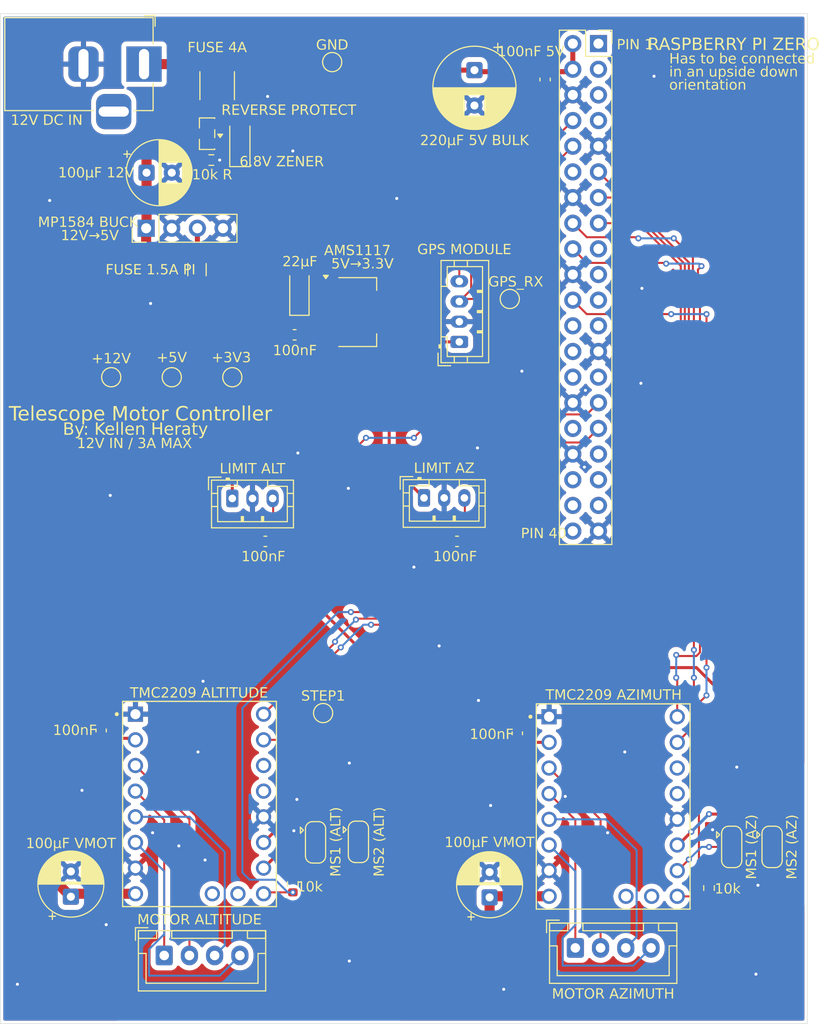
<source format=kicad_pcb>
(kicad_pcb (version 20241229) (generator "pcbnew") (generator_version "9.0")
  (layers (0 "F.Cu" signal) (2 "B.Cu" signal) (13 "F.Paste" user) (15 "B.Paste" user) (5 "F.SilkS" user "F.Silkscreen") (7 "B.SilkS" user "B.Silkscreen") (1 "F.Mask" user) (3 "B.Mask" user) (25 "Edge.Cuts" user))
  (net 0 "")
  (net 1 "+12V")
  (net 2 "GND")
  (net 3 "+5V")
  (net 4 "+3V3")
  (net 5 "LIM1")
  (net 6 "LIM2")
  (net 7 "Net-(D1-A)")
  (net 8 "Net-(D1-K)")
  (net 9 "Net-(F1-Pad1)")
  (net 10 "Net-(J_MP1584-Pin_3)")
  (net 12 "Net-(JP1-C)")
  (net 13 "Net-(JP2-C)")
  (net 14 "Net-(JP3-C)")
  (net 15 "Net-(JP4-C)")
  (net 16 "GPS_TX")
  (net 17 "GPS_RX")
  (net 18 "MOT1_1A")
  (net 19 "MOT1_2A")
  (net 20 "MOT1_1B")
  (net 21 "MOT1_2B")
  (net 22 "MOT2_2B")
  (net 23 "MOT2_1B")
  (net 24 "MOT2_1A")
  (net 25 "MOT2_2A")
  (net 27 "TMC1_EN")
  (net 37 "TMC1_DIR")
  (net 43 "TMC1_STEP")
  (net 46 "TMC2_STEP")
  (net 49 "TMC2_EN")
  (net 51 "TMC2_DIR")
  (footprint "Connector_JST:JST_XH_B4B-XH-A_1x04_P2.50mm_Vertical" (layer "F.Cu") (at 176.25 133.25)
    (property "Reference" "MOTOR ALTITUDE")
    (property "Value" "JST-XH")
  )
  (footprint "Capacitor_SMD:C_0603_1608Metric" (layer "F.Cu") (at 170 110.975 90)
    (property "Reference" "100nF")
    (property "Value" "100nF")
  )
  (footprint "TestPoint:TestPoint_Pad_D1.5mm" (layer "F.Cu") (at 210.5 68.25)
    (property "Reference" "GPS_RX")
    (property "Value" "TestPoint")
  )
  (footprint "TestPoint:TestPoint_Pad_D1.5mm" (layer "F.Cu") (at 192.9 44.8)
    (property "Reference" "GND")
    (property "Value" "TestPoint")
  )
  (footprint "Fuse:Fuse_1206_3216Metric" (layer "F.Cu") (at 179.5 65.35 -90)
    (property "Reference" "FUSE 1.5A PI")
    (property "Value" "Polyfuse")
  )
  (footprint "Capacitor_Tantalum_SMD:CP_EIA-3216-18_Kemet-A" (layer "F.Cu") (at 189.65 67.55 90)
    (property "Reference" "22µF")
    (property "Value" "22µF Tant")
  )
  (footprint "TestPoint:TestPoint_Pad_D1.5mm" (layer "F.Cu") (at 171 76)
    (property "Reference" "+12V")
    (property "Value" "TestPoint")
  )
  (footprint "Capacitor_SMD:C_0603_1608Metric" (layer "F.Cu") (at 205.275 92.25 180)
    (property "Reference" "100nF ")
    (property "Value" "100nF")
  )
  (footprint "Connector_JST:JST_PH_B4B-PH-K_1x04_P2.00mm_Vertical" (layer "F.Cu") (at 205.5 72.5 90)
    (property "Reference" "GPS MODULE")
    (property "Value" "JST-PH")
  )
  (footprint "Resistor_SMD:R_0603_1608Metric" (layer "F.Cu") (at 230.25 126.575 -90)
    (property "Reference" "10k")
    (property "Value" "10k")
  )
  (footprint "Connector_PinHeader_2.54mm:PinHeader_1x04_P2.54mm_Vertical" (layer "F.Cu") (at 174.46 61.25 90)
    (property "Reference" "MP1584 BUCK")
    (property "Value" "J_MP1584")
  )
  (footprint "TestPoint:TestPoint_Pad_D1.5mm" (layer "F.Cu") (at 183 76)
    (property "Reference" "+3V3")
    (property "Value" "TestPoint")
  )
  (footprint "Capacitor_THT:CP_Radial_D6.3mm_P2.50mm" (layer "F.Cu") (at 167 127.43238 90)
    (property "Reference" "100µF VMOT")
    (property "Value" "100µF 25V")
  )
  (footprint "TMC2209_SILENTSTEPSTICK:MODULE_TMC2209_SILENTSTEPSTICK" (layer "F.Cu") (at 220.75 118.5)
    (property "Reference" "TMC2209 AZIMUTH")
    (property "Value" "TMC2209_SILENTSTEPSTICK")
  )
  (footprint "Capacitor_SMD:C_0603_1608Metric" (layer "F.Cu") (at 211.25 111.25 90)
    (property "Reference" "100nF")
    (property "Value" "100nF")
  )
  (footprint "Package_TO_SOT_SMD:SOT-23" (layer "F.Cu") (at 180.5 51.8875 180)
    (property "Reference" "REVERSE PROTECT")
    (property "Value" "AO3401A")
  )
  (footprint "Jumper:SolderJumper-3_P1.3mm_Bridged12_RoundedPad1.0x1.5mm" (layer "F.Cu") (at 191.25 122.05 -90)
    (property "Reference" "MS1 (ALT)")
    (property "Value" "Jumper_3_Bridged12")
  )
  (footprint "Capacitor_SMD:C_0603_1608Metric" (layer "F.Cu") (at 189.175 71.8 180)
    (property "Reference" "100nF")
    (property "Value" "100nF")
  )
  (footprint "Package_TO_SOT_SMD:SOT-223-3_TabPin2" (layer "F.Cu") (at 195.4 69.55)
    (property "Reference" "AMS1117")
    (property "Value" "AMS1117-3.3")
  )
  (footprint "Connector_BarrelJack:BarrelJack_Horizontal" (layer "F.Cu") (at 174.25 45)
    (property "Reference" "12V DC IN")
    (property "Value" "Barrel_Jack_Switch")
  )
  (footprint "Jumper:SolderJumper-3_P1.3mm_Bridged12_RoundedPad1.0x1.5mm" (layer "F.Cu") (at 236.5 122.5 -90)
    (property "Reference" "MS2 (AZ)")
    (property "Value" "Jumper_3_Bridged12")
  )
  (footprint "Resistor_SMD:R_0603_1608Metric" (layer "F.Cu") (at 180.925 54.5)
    (property "Reference" "10k R")
    (property "Value" "10k")
  )
  (footprint "Capacitor_THT:CP_Radial_D6.3mm_P2.50mm" (layer "F.Cu") (at 208.5 127.5 90)
    (property "Reference" "100µF VMOT")
    (property "Value" "100µF 25V")
  )
  (footprint "Diode_SMD:D_SOD-123" (layer "F.Cu") (at 183.75 52.7875 90)
    (property "Reference" "6.8V ZENER")
    (property "Value" "D_Zener")
  )
  (footprint "Resistor_SMD:R_0603_1608Metric" (layer "F.Cu") (at 189 126.175 -90)
    (property "Reference" "10k ")
    (property "Value" "10k")
  )
  (footprint "TestPoint:TestPoint_Pad_D1.5mm" (layer "F.Cu") (at 192 109.25)
    (property "Reference" "STEP1")
    (property "Value" "TestPoint")
  )
  (footprint "Fuse:Fuse_1812_4532Metric" (layer "F.Cu") (at 181.5 47.1375 -90)
    (property "Reference" "FUSE 4A")
    (property "Value" "Polyfuse")
  )
  (footprint "Connector_JST:JST_PH_B3B-PH-K_1x03_P2.00mm_Vertical" (layer "F.Cu") (at 183 88)
    (property "Reference" "LIMIT ALT")
    (property "Value" "JST-PH")
  )
  (footprint "Capacitor_THT:CP_Radial_D8.0mm_P3.50mm" (layer "F.Cu") (at 207 45.597349 -90)
    (property "Reference" "220µF 5V BULK")
    (property "Value" "220µF 10V")
  )
  (footprint "Connector_JST:JST_PH_B3B-PH-K_1x03_P2.00mm_Vertical" (layer "F.Cu") (at 202 87.95)
    (property "Reference" "LIMIT AZ")
    (property "Value" "JST-PH")
  )
  (footprint "Connector_JST:JST_XH_B4B-XH-A_1x04_P2.50mm_Vertical" (layer "F.Cu") (at 217 132.5)
    (property "Reference" "MOTOR AZIMUTH")
    (property "Value" "JST-XH")
  )
  (footprint "Jumper:SolderJumper-3_P1.3mm_Bridged12_RoundedPad1.0x1.5mm" (layer "F.Cu") (at 232.5 122.5 -90)
    (property "Reference" "MS1 (AZ)")
    (property "Value" "Jumper_3_Bridged12")
  )
  (footprint "Capacitor_SMD:C_0603_1608Metric" (layer "F.Cu") (at 186.275 92.25 180)
    (property "Reference" "100nF ")
    (property "Value" "100nF")
  )
  (footprint "Capacitor_SMD:C_0603_1608Metric" (layer "F.Cu") (at 214 46.525 -90)
    (property "Reference" "100nF 5V")
    (property "Value" "100nF")
  )
  (footprint "TestPoint:TestPoint_Pad_D1.5mm" (layer "F.Cu") (at 177 76)
    (property "Reference" "+5V")
    (property "Value" "TestPoint")
  )
  (footprint "Capacitor_THT:CP_Radial_D6.3mm_P2.50mm" (layer "F.Cu") (at 174.5 55.75)
    (property "Reference" "100µF 12V")
    (property "Value" "100µF 25V")
  )
  (footprint "TMC2209_SILENTSTEPSTICK:MODULE_TMC2209_SILENTSTEPSTICK" (layer "F.Cu") (at 179.75 118.25)
    (property "Reference" "TMC2209 ALTITUDE")
    (property "Value" "TMC2209_SILENTSTEPSTICK")
  )
  (footprint "Jumper:SolderJumper-3_P1.3mm_Bridged12_RoundedPad1.0x1.5mm" (layer "F.Cu") (at 195.5 122 -90)
    (property "Reference" "MS2 (ALT)")
    (property "Value" "Jumper_3_Bridged12")
  )
  (footprint "Connector_PinSocket_2.54mm:PinSocket_2x20_P2.54mm_Vertical" (layer "F.Cu") (at 219.29 42.97)
    (property "Reference" "RASPBERRY PI ZERO")
    (property "Value" "Raspberry Pi Zero")
  )
  (gr_rect (start 160 40) (end 240 140) (stroke (width 0.05)) (fill no) (layer "Edge.Cuts"))
  (gr_text "5V→3.3V" (at 192.8 65.4 0) (layer "F.SilkS") (effects (font (size 1 1) (thickness 0.1)) (justify left bottom)))
  (gr_text "Has to be connected" (at 226.3 45.1 0) (layer "F.SilkS") (effects (font (size 1 1) (thickness 0.1)) (justify left bottom)))
  (gr_text "PIN 1" (at 221.1 43.7 0) (layer "F.SilkS") (effects (font (size 1 1) (thickness 0.1)) (justify left bottom)))
  (gr_text "in an upside down" (at 226.3 46.4 0) (layer "F.SilkS") (effects (font (size 1 1) (thickness 0.1)) (justify left bottom)))
  (gr_text "By: Kellen Heraty" (at 173.4 81.2 0) (layer "F.SilkS") (effects (font (size 1.2 1.2))))
  (gr_text "PIN 40" (at 211.6 92.1 0) (layer "F.SilkS") (effects (font (size 1 1) (thickness 0.1)) (justify left bottom)))
  (gr_text "12V→5V" (at 166 62.6 0) (layer "F.SilkS") (effects (font (size 1 1) (thickness 0.1)) (justify left bottom)))
  (gr_text "12V IN / 3A MAX\n" (at 173.3 82.6 0) (layer "F.SilkS") (effects (font (size 1 1))))
  (gr_text "orientation" (at 226.3 47.7 0) (layer "F.SilkS") (effects (font (size 1 1) (thickness 0.1)) (justify left bottom)))
  (gr_text "Telescope Motor Controller" (at 173.9 79.7 0) (layer "F.SilkS") (effects (font (size 1.4 1.4))))
  (segment (start 174.5 61.21) (end 174.46 61.25) (width 1) (layer "F.Cu") (net 1))
  (segment (start 175.8625 51.8875) (end 174.5 53.25) (width 1) (layer "F.Cu") (net 1))
  (segment (start 170.1 75.1) (end 170.1 67.9) (width 1) (layer "F.Cu") (net 1))
  (segment (start 173.4 127.14) (end 167.29238 127.14) (width 1) (layer "F.Cu") (net 1))
  (segment (start 208.61 127.39) (end 208.5 127.5) (width 1) (layer "F.Cu") (net 1))
  (segment (start 172 138.5) (end 162 128.5) (width 1) (layer "F.Cu") (net 1))
  (segment (start 208.5 127.5) (end 208.5 129.25) (width 1) (layer "F.Cu") (net 1))
  (segment (start 179.5625 51.8875) (end 175.8625 51.8875) (width 1) (layer "F.Cu") (net 1))
  (segment (start 214.4 127.39) (end 208.61 127.39) (width 1) (layer "F.Cu") (net 1))
  (segment (start 162 122.43238) (end 167 127.43238) (width 1) (layer "F.Cu") (net 1))
  (segment (start 174.5 53.25) (end 174.5 55.75) (width 1) (layer "F.Cu") (net 1))
  (segment (start 167.29238 127.14) (end 167 127.43238) (width 1) (layer "F.Cu") (net 1))
  (segment (start 174.46 63.54) (end 170.1 67.9) (width 1) (layer "F.Cu") (net 1))
  (segment (start 162 128.5) (end 162 122.43238) (width 1) (layer "F.Cu") (net 1))
  (segment (start 174.46 61.25) (end 174.46 63.54) (width 1) (layer "F.Cu") (net 1))
  (segment (start 170.1 67.9) (end 162 76) (width 1) (layer "F.Cu") (net 1))
  (segment (start 162 76) (end 162 122.43238) (width 1) (layer "F.Cu") (net 1))
  (segment (start 208.5 129.25) (end 199.25 138.5) (width 1) (layer "F.Cu") (net 1))
  (segment (start 171 76) (end 170.1 75.1) (width 1) (layer "F.Cu") (net 1))
  (segment (start 174.5 55.75) (end 174.5 61.21) (width 1) (layer "F.Cu") (net 1))
  (segment (start 199.25 138.5) (end 172 138.5) (width 1) (layer "F.Cu") (net 1))
  (via (at 217.9 84.9) (size 0.6) (drill 0.3) (layers "F.Cu" "B.Cu") (net 2))
  (via (at 209.9 136.6) (size 0.6) (drill 0.3) (layers "F.Cu" "B.Cu") (net 2))
  (via (at 223.6 67.2) (size 0.6) (drill 0.3) (layers "F.Cu" "B.Cu") (net 2))
  (via (at 220.2 121.1) (size 0.6) (drill 0.3) (layers "F.Cu" "B.Cu") (net 2))
  (via (at 189 53.6) (size 0.6) (drill 0.3) (layers "F.Cu" "B.Cu") (net 2))
  (via (at 177.7 122.4) (size 0.6) (drill 0.3) (layers "F.Cu" "B.Cu") (net 2))
  (via (at 189.4 117.8) (size 0.6) (drill 0.3) (layers "F.Cu" "B.Cu") (net 2))
  (via (at 189.5 83.5) (size 0.6) (drill 0.3) (layers "F.Cu" "B.Cu") (net 2))
  (via (at 180.3 123.8) (size 0.6) (drill 0.3) (layers "F.Cu" "B.Cu") (net 2))
  (via (at 186.5 48.2) (size 0.6) (drill 0.3) (layers "F.Cu" "B.Cu") (net 2))
  (via (at 207.4 108) (size 0.6) (drill 0.3) (layers "F.Cu" "B.Cu") (net 2))
  (via (at 199.3 58.3) (size 0.6) (drill 0.3) (layers "F.Cu" "B.Cu") (net 2))
  (via (at 194.5 87) (size 0.6) (drill 0.3) (layers "F.Cu" "B.Cu") (net 2))
  (via (at 164.9 58.5) (size 0.6) (drill 0.3) (layers "F.Cu" "B.Cu") (net 2))
  (via (at 181.75 54.5) (size 0.6) (drill 0.3) (layers "F.Cu" "B.Cu") (net 2))
  (via (at 170.9 87.7) (size 0.6) (drill 0.3) (layers "F.Cu" "B.Cu") (net 2))
  (via (at 224.8 46.2) (size 0.6) (drill 0.3) (layers "F.Cu" "B.Cu") (net 2))
  (via (at 233 114.6) (size 0.6) (drill 0.3) (layers "F.Cu" "B.Cu") (net 2))
  (via (at 194.6 114.2) (size 0.6) (drill 0.3) (layers "F.Cu" "B.Cu") (net 2))
  (via (at 208.6 118.4) (size 0.6) (drill 0.3) (layers "F.Cu" "B.Cu") (net 2))
  (via (at 180.1 106.1) (size 0.6) (drill 0.3) (layers "F.Cu" "B.Cu") (net 2))
  (via (at 235.1 126.3) (size 0.6) (drill 0.3) (layers "F.Cu" "B.Cu") (net 2))
  (via (at 168.1 116.9) (size 0.6) (drill 0.3) (layers "F.Cu" "B.Cu") (net 2))
  (via (at 230.6 120.8) (size 0.6) (drill 0.3) (layers "F.Cu" "B.Cu") (net 2))
  (via (at 211.7 75.4) (size 0.6) (drill 0.3) (layers "F.Cu" "B.Cu") (net 2))
  (via (at 201 94.8) (size 0.6) (drill 0.3) (layers "F.Cu" "B.Cu") (net 2))
  (via (at 203.5 102.6) (size 0.6) (drill 0.3) (layers "F.Cu" "B.Cu") (net 2))
  (via (at 234.9 135.1) (size 0.6) (drill 0.3) (layers "F.Cu" "B.Cu") (net 2))
  (via (at 223.5 76.6) (size 0.6) (drill 0.3) (layers "F.Cu" "B.Cu") (net 2))
  (via (at 174.9 68.7) (size 0.6) (drill 0.3) (layers "F.Cu" "B.Cu") (net 2))
  (via (at 194.6 133.8) (size 0.6) (drill 0.3) (layers "F.Cu" "B.Cu") (net 2))
  (via (at 170.5 130.2) (size 0.6) (drill 0.3) (layers "F.Cu" "B.Cu") (net 2))
  (via (at 175.1 121.1) (size 0.6) (drill 0.3) (layers "F.Cu" "B.Cu") (net 2))
  (via (at 189.1 120.9) (size 0.6) (drill 0.3) (layers "F.Cu" "B.Cu") (net 2))
  (via (at 218 77.3) (size 0.6) (drill 0.3) (layers "F.Cu" "B.Cu") (net 2))
  (via (at 216 117.5) (size 0.6) (drill 0.3) (layers "F.Cu" "B.Cu") (net 2))
  (via (at 221.9 113.1) (size 0.6) (drill 0.3) (layers "F.Cu" "B.Cu") (net 2))
  (via (at 161.7 136.1) (size 0.6) (drill 0.3) (layers "F.Cu" "B.Cu") (net 2))
  (via (at 207.3 83) (size 0.6) (drill 0.3) (layers "F.Cu" "B.Cu") (net 2))
  (via (at 179.6 113.1) (size 0.6) (drill 0.3) (layers "F.Cu" "B.Cu") (net 2))
  (segment (start 203.152651 45.597349) (end 207 45.597349) (width 0.5) (layer "F.Cu") (net 3))
  (segment (start 216.51 45.75) (end 216.75 45.51) (width 0.5) (layer "F.Cu") (net 3))
  (segment (start 177 76) (end 183.625 69.375) (width 0.5) (layer "F.Cu") (net 3))
  (segment (start 216.75 45.51) (end 216.75 42.97) (width 0.5) (layer "F.Cu") (net 3))
  (segment (start 192.25 71.85) (end 190 71.85) (width 0.5) (layer "F.Cu") (net 3))
  (segment (start 187.525 69.375) (end 184.9 66.75) (width 0.5) (layer "F.Cu") (net 3))
  (segment (start 182 66.75) (end 203.152651 45.597349) (width 0.5) (layer "F.Cu") (net 3))
  (segment (start 190 71.85) (end 189.95 71.8) (width 0.5) (layer "F.Cu") (net 3))
  (segment (start 207.152651 45.75) (end 207 45.597349) (width 0.5) (layer "F.Cu") (net 3))
  (segment (start 214 45.75) (end 216.51 45.75) (width 0.5) (layer "F.Cu") (net 3))
  (segment (start 183.625 69.375) (end 187.525 69.375) (width 0.5) (layer "F.Cu") (net 3))
  (segment (start 184.9 66.75) (end 182 66.75) (width 0.5) (layer "F.Cu") (net 3))
  (segment (start 189.95 71.8) (end 187.525 69.375) (width 0.5) (layer "F.Cu") (net 3))
  (segment (start 214 45.75) (end 207.152651 45.75) (width 0.5) (layer "F.Cu") (net 3))
  (segment (start 179.5 66.75) (end 182 66.75) (width 0.5) (layer "F.Cu") (net 3))
  (segment (start 197.625 104.875) (end 202.75 110) (width 0.3) (layer "F.Cu") (net 4))
  (segment (start 232.5 123.8) (end 236.5 123.8) (width 0.3) (layer "F.Cu") (net 4))
  (segment (start 211.375 112.15) (end 211.25 112.025) (width 0.3) (layer "F.Cu") (net 4))
  (segment (start 230.25 125.75) (end 230.75 125.75) (width 0.3) (layer "F.Cu") (net 4))
  (segment (start 189.65 68.9025) (end 191.6025 68.9025) (width 0.3) (layer "F.Cu") (net 4))
  (segment (start 183 102) (end 171.5 102) (width 0.3) (layer "F.Cu") (net 4))
  (segment (start 192.5 128) (end 200.25 128) (width 0.3) (layer "F.Cu") (net 4))
  (segment (start 233 128) (end 238.75 128) (width 0.3) (layer "F.Cu") (net 4))
  (segment (start 214.4 112.15) (end 211.375 112.15) (width 0.3) (layer "F.Cu") (net 4))
  (segment (start 168.75 111.75) (end 170 111.75) (width 0.3) (layer "F.Cu") (net 4))
  (segment (start 183 83) (end 183 88) (width 0.3) (layer "F.Cu") (net 4))
  (segment (start 197.75 104.75) (end 197.625 104.875) (width 0.3) (layer "F.Cu") (net 4))
  (segment (start 200.25 128) (end 202.75 125.5) (width 0.3) (layer "F.Cu") (net 4))
  (segment (start 201.5 72.5) (end 205.5 72.5) (width 0.3) (layer "F.Cu") (net 4))
  (segment (start 185.5 80.5) (end 183 83) (width 0.3) (layer "F.Cu") (net 4))
  (segment (start 196.55 79.5) (end 186.5 79.5) (width 0.3) (layer "F.Cu") (net 4))
  (segment (start 185.5 78.5) (end 185.5 80.5) (width 0.3) (layer "F.Cu") (net 4))
  (segment (start 171.5 102) (end 167.5 106) (width 0.3) (layer "F.Cu") (net 4))
  (segment (start 167.5 110.5) (end 168.75 111.75) (width 0.3) (layer "F.Cu") (net 4))
  (segment (start 198.55 77.5) (end 198.55 84.5) (width 0.3) (layer "F.Cu") (net 4))
  (segment (start 198.55 84.5) (end 202 87.95) (width 0.3) (layer "F.Cu") (net 4))
  (segment (start 173.25 111.75) (end 173.4 111.9) (width 0.3) (layer "F.Cu") (net 4))
  (segment (start 198.55 69.55) (end 198.55 77.5) (width 0.3) (layer "F.Cu") (net 4))
  (segment (start 230.55 125.75) (end 232.5 123.8) (width 0.3) (layer "F.Cu") (net 4))
  (segment (start 189 125.35) (end 189.25 125.35) (width 0.3) (layer "F.Cu") (net 4))
  (segment (start 190 97.25) (end 197.625 104.875) (width 0.3) (layer "F.Cu") (net 4))
  (segment (start 190 95) (end 190 97.25) (width 0.3) (layer "F.Cu") (net 4))
  (segment (start 167.5 106) (end 167.5 110.5) (width 0.3) (layer "F.Cu") (net 4))
  (segment (start 239.25 115) (end 229 104.75) (width 0.3) (layer "F.Cu") (net 4))
  (segment (start 198.55 86.45) (end 190 95) (width 0.3) (layer "F.Cu") (net 4))
  (segment (start 229 104.75) (end 197.75 104.75) (width 0.3) (layer "F.Cu") (net 4))
  (segment (start 202.75 110) (end 204.775 112.025) (width 0.3) (layer "F.Cu") (net 4))
  (segment (start 189 125.35) (end 189.85 125.35) (width 0.3) (layer "F.Cu") (net 4))
  (segment (start 170 111.75) (end 173.25 111.75) (width 0.3) (layer "F.Cu") (net 4))
  (segment (start 238.75 128) (end 239.25 127.5) (width 0.3) (layer "F.Cu") (net 4))
  (segment (start 202.75 125.5) (end 202.75 110) (width 0.3) (layer "F.Cu") (net 4))
  (segment (start 198.55 84.5) (end 198.55 86.45) (width 0.3) (layer "F.Cu") (net 4))
  (segment (start 198.55 69.55) (end 201.5 72.5) (width 0.3) (layer "F.Cu") (net 4))
  (segment (start 198.55 77.5) (end 196.55 79.5) (width 0.3) (layer "F.Cu") (net 4))
  (segment (start 230.75 125.75) (end 233 128) (width 0.3) (layer "F.Cu") (net 4))
  (segment (start 189.25 125.35) (end 191.25 123.35) (width 0.3) (layer "F.Cu") (net 4))
  (segment (start 198.55 69.55) (end 192.25 69.55) (width 0.3) (layer "F.Cu") (net 4))
  (segment (start 195.5 123.3) (end 191.3 123.3) (width 0.3) (layer "F.Cu") (net 4))
  (segment (start 190 95) (end 183 102) (width 0.3) (layer "F.Cu") (net 4))
  (segment (start 204.775 112.025) (end 211.25 112.025) (width 0.3) (layer "F.Cu") (net 4))
  (segment (start 189.85 125.35) (end 192.5 128) (width 0.3) (layer "F.Cu") (net 4))
  (segment (start 183 76) (end 185.5 78.5) (width 0.3) (layer "F.Cu") (net 4))
  (segment (start 191.3 123.3) (end 191.25 123.35) (width 0.3) (layer "F.Cu") (net 4))
  (segment (start 186.5 79.5) (end 185.5 80.5) (width 0.3) (layer "F.Cu") (net 4))
  (segment (start 191.6025 68.9025) (end 192.25 69.55) (width 0.3) (layer "F.Cu") (net 4))
  (segment (start 230.25 125.75) (end 230.55 125.75) (width 0.3) (layer "F.Cu") (net 4))
  (segment (start 239.25 127.5) (end 239.25 115) (width 0.3) (layer "F.Cu") (net 4))
  (segment (start 191 90.75) (end 189.5 92.25) (width 0.2) (layer "F.Cu") (net 5))
  (segment (start 203.319 79.681) (end 201 82) (width 0.2) (layer "F.Cu") (net 5))
  (segment (start 187.05 92.25) (end 187.05 88.05) (width 0.2) (layer "F.Cu") (net 5))
  (segment (start 196.25 82) (end 191 87.25) (width 0.2) (layer "F.Cu") (net 5))
  (segment (start 219.29 78.53) (end 218.139 79.681) (width 0.2) (layer "F.Cu") (net 5))
  (segment (start 191 87.25) (end 191 90.75) (width 0.2) (layer "F.Cu") (net 5))
  (segment (start 189.5 92.25) (end 187.05 92.25) (width 0.2) (layer "F.Cu") (net 5))
  (segment (start 187.05 88.05) (end 187 88) (width 0.2) (layer "F.Cu") (net 5))
  (segment (start 218.139 79.681) (end 203.319 79.681) (width 0.2) (layer "F.Cu") (net 5))
  (via (at 196.25 82) (size 0.6) (drill 0.3) (layers "F.Cu" "B.Cu") (net 5))
  (via (at 201 82) (size 0.6) (drill 0.3) (layers "F.Cu" "B.Cu") (net 5))
  (segment (start 201 82) (end 196.25 82) (width 0.2) (layer "B.Cu") (net 5))
  (segment (start 208.25 92.25) (end 206.05 92.25) (width 0.2) (layer "F.Cu") (net 6))
  (segment (start 209 91.5) (end 208.25 92.25) (width 0.2) (layer "F.Cu") (net 6))
  (segment (start 217.901 82.459) (end 215.541 82.459) (width 0.2) (layer "F.Cu") (net 6))
  (segment (start 209 89) (end 209 91.5) (width 0.2) (layer "F.Cu") (net 6))
  (segment (start 215.541 82.459) (end 209 89) (width 0.2) (layer "F.Cu") (net 6))
  (segment (start 206.05 88) (end 206 87.95) (width 0.2) (layer "F.Cu") (net 6))
  (segment (start 206.05 92.25) (end 206.05 88) (width 0.2) (layer "F.Cu") (net 6))
  (segment (start 219.29 81.07) (end 217.901 82.459) (width 0.2) (layer "F.Cu") (net 6))
  (segment (start 181.5 50.875) (end 181.4375 50.9375) (width 1) (layer "F.Cu") (net 7))
  (segment (start 181.5 49.275) (end 181.5 50.875) (width 1) (layer "F.Cu") (net 7))
  (segment (start 183.55 50.9375) (end 183.75 51.1375) (width 1) (layer "F.Cu") (net 7))
  (segment (start 183.3625 51.1375) (end 181.5 49.275) (width 1) (layer "F.Cu") (net 7))
  (segment (start 183.75 51.1375) (end 183.3625 51.1375) (width 1) (layer "F.Cu") (net 7))
  (segment (start 181.4375 50.9375) (end 183.55 50.9375) (width 1) (layer "F.Cu") (net 7))
  (segment (start 181.4375 52.8375) (end 183.1375 52.8375) (width 0.2) (layer "F.Cu") (net 8))
  (segment (start 183.75 53.45) (end 183.75 54.4375) (width 0.2) (layer "F.Cu") (net 8))
  (segment (start 183.1375 52.8375) (end 183.75 53.45) (width 0.2) (layer "F.Cu") (net 8))
  (segment (start 180.1 54.175) (end 180.1 54.5) (width 0.2) (layer "F.Cu") (net 8))
  (segment (start 181.4375 52.8375) (end 180.1 54.175) (width 0.2) (layer "F.Cu") (net 8))
  (segment (start 174.25 45) (end 181.5 45) (width 1) (layer "F.Cu") (net 9))
  (segment (start 179.54 61.25) (end 179.54 63.91) (width 0.5) (layer "F.Cu") (net 10))
  (segment (start 179.54 63.91) (end 179.5 63.95) (width 0.5) (layer "F.Cu") (net 10))
  (segment (start 191.25 122.05) (end 188.65 122.05) (width 0.3) (layer "F.Cu") (net 12))
  (segment (start 188.65 122.05) (end 186.1 124.6) (width 0.3) (layer "F.Cu") (net 12))
  (segment (start 193.25 120.8) (end 194.45 122) (width 0.3) (layer "F.Cu") (net 13))
  (segment (start 192.5 119) (end 193.25 119.75) (width 0.3) (layer "F.Cu") (net 13))
  (segment (start 193.25 119.75) (end 193.25 120.8) (width 0.3) (layer "F.Cu") (net 13))
  (segment (start 189.16 119) (end 192.5 119) (width 0.3) (layer "F.Cu") (net 13))
  (segment (start 186.1 122.06) (end 189.16 119) (width 0.3) (layer "F.Cu") (net 13))
  (segment (start 194.45 122) (end 195.5 122) (width 0.3) (layer "F.Cu") (net 13))
  (segment (start 227.1 124.85) (end 227.15 124.85) (width 0.2) (layer "F.Cu") (net 14))
  (segment (start 227.15 124.85) (end 228.25 123.75) (width 0.2) (layer "F.Cu") (net 14))
  (segment (start 230.25 122.5) (end 232.5 122.5) (width 0.2) (layer "F.Cu") (net 14))
  (via (at 230.25 122.5) (size 0.6) (drill 0.3) (layers "F.Cu" "B.Cu") (net 14))
  (via (at 228.25 123.75) (size 0.6) (drill 0.3) (layers "F.Cu" "B.Cu") (net 14))
  (segment (start 228.25 123.75) (end 229.5 122.5) (width 0.2) (layer "B.Cu") (net 14))
  (segment (start 229.5 122.5) (end 230.25 122.5) (width 0.2) (layer "B.Cu") (net 14))
  (segment (start 234.75 122.5) (end 236.5 122.5) (width 0.3) (layer "F.Cu") (net 15))
  (segment (start 227.19 122.31) (end 228.5 121) (width 0.3) (layer "F.Cu") (net 15))
  (segment (start 234.5 120.25) (end 234.5 122.25) (width 0.3) (layer "F.Cu") (net 15))
  (segment (start 230.25 119.25) (end 233.5 119.25) (width 0.3) (layer "F.Cu") (net 15))
  (segment (start 233.5 119.25) (end 234.5 120.25) (width 0.3) (layer "F.Cu") (net 15))
  (segment (start 234.5 122.25) (end 234.75 122.5) (width 0.3) (layer "F.Cu") (net 15))
  (segment (start 227.1 122.31) (end 227.19 122.31) (width 0.3) (layer "F.Cu") (net 15))
  (via (at 228.5 121) (size 0.6) (drill 0.3) (layers "F.Cu" "B.Cu") (net 15))
  (via (at 230.25 119.25) (size 0.6) (drill 0.3) (layers "F.Cu" "B.Cu") (net 15))
  (segment (start 228.5 121) (end 230.25 119.25) (width 0.3) (layer "B.Cu") (net 15))
  (segment (start 205.5 61.84) (end 205.5 66.5) (width 0.2) (layer "F.Cu") (net 16))
  (segment (start 216.75 50.59) (end 205.5 61.84) (width 0.2) (layer "F.Cu") (net 16))
  (segment (start 206.676 67.324) (end 205.5 68.5) (width 0.2) (layer "F.Cu") (net 17))
  (segment (start 205.75 68.25) (end 205.5 68.5) (width 0.2) (layer "F.Cu") (net 17))
  (segment (start 206.676 63.204) (end 206.676 67.324) (width 0.2) (layer "F.Cu") (net 17))
  (segment (start 210.5 68.25) (end 205.75 68.25) (width 0.2) (layer "F.Cu") (net 17))
  (segment (start 216.75 53.13) (end 206.676 63.204) (width 0.2) (layer "F.Cu") (net 17))
  (segment (start 173.4 116.98) (end 176.25 119.83) (width 0.2) (layer "F.Cu") (net 18))
  (segment (start 176.25 119.83) (end 176.25 133.25) (width 0.2) (layer "F.Cu") (net 18))
  (segment (start 173.4 119.52) (end 178.77 119.52) (width 0.2) (layer "B.Cu") (net 19))
  (segment (start 182.25 123) (end 182.25 132.25) (width 0.2) (layer "B.Cu") (net 19))
  (segment (start 182.25 132.25) (end 181.25 133.25) (width 0.2) (layer "B.Cu") (net 19))
  (segment (start 178.77 119.52) (end 182.25 123) (width 0.2) (layer "B.Cu") (net 19))
  (segment (start 178.75 119.79) (end 178.75 133.25) (width 0.2) (layer "F.Cu") (net 20))
  (segment (start 173.4 114.44) (end 178.75 119.79) (width 0.2) (layer "F.Cu") (net 20))
  (segment (start 176.13884 131.25) (end 176.25 131.25) (width 0.2) (layer "B.Cu") (net 21))
  (segment (start 183.75 133.25) (end 181.75 135.25) (width 0.2) (layer "B.Cu") (net 21))
  (segment (start 176.25 131.25) (end 176.25 124.91) (width 0.2) (layer "B.Cu") (net 21))
  (segment (start 174.75 135.25) (end 174.75 132.63884) (width 0.2) (layer "B.Cu") (net 21))
  (segment (start 174.75 132.63884) (end 176.13884 131.25) (width 0.2) (layer "B.Cu") (net 21))
  (segment (start 176.25 124.91) (end 173.4 122.06) (width 0.2) (layer "B.Cu") (net 21))
  (segment (start 181.75 135.25) (end 174.75 135.25) (width 0.2) (layer "B.Cu") (net 21))
  (segment (start 217 130.25) (end 215.75 131.5) (width 0.2) (layer "B.Cu") (net 22))
  (segment (start 215.75 134.25) (end 222.75 134.25) (width 0.2) (layer "B.Cu") (net 22))
  (segment (start 217 124.91) (end 217 130.25) (width 0.2) (layer "B.Cu") (net 22))
  (segment (start 214.4 122.31) (end 217 124.91) (width 0.2) (layer "B.Cu") (net 22))
  (segment (start 215.75 131.5) (end 215.75 134.25) (width 0.2) (layer "B.Cu") (net 22))
  (segment (start 222.75 134.25) (end 224.5 132.5) (width 0.2) (layer "B.Cu") (net 22))
  (segment (start 214.4 114.69) (end 219.5 119.79) (width 0.2) (layer "F.Cu") (net 23))
  (segment (start 219.5 119.79) (end 219.5 132.5) (width 0.2) (layer "F.Cu") (net 23))
  (segment (start 217 132.5) (end 217 119.83) (width 0.2) (layer "F.Cu") (net 24))
  (segment (start 217 119.83) (end 214.4 117.23) (width 0.2) (layer "F.Cu") (net 24))
  (segment (start 219.98 119.77) (end 214.4 119.77) (width 0.2) (layer "B.Cu") (net 25))
  (segment (start 223.075 122.825) (end 220 119.75) (width 0.2) (layer "B.Cu") (net 25))
  (segment (start 220 119.75) (end 219.98 119.77) (width 0.2) (layer "B.Cu") (net 25))
  (segment (start 223.075 131.425) (end 223.075 122.825) (width 0.2) (layer "B.Cu") (net 25))
  (segment (start 222 132.5) (end 223.075 131.425) (width 0.2) (layer "B.Cu") (net 25))
  (segment (start 189 127) (end 186.24 127) (width 0.2) (layer "F.Cu") (net 27))
  (segment (start 227.448 89.1678) (end 217.1168 99.499) (width 0.2) (layer "F.Cu") (net 27))
  (segment (start 196.001 99.25) (end 194.75 99.25) (width 0.2) (layer "F.Cu") (net 27))
  (segment (start 186.24 127) (end 186.1 127.14) (width 0.2) (layer "F.Cu") (net 27))
  (segment (start 227.448 64.9622) (end 227.448 89.1678) (width 0.2) (layer "F.Cu") (net 27))
  (segment (start 219.29 60.75) (end 223.2358 60.75) (width 0.2) (layer "F.Cu") (net 27))
  (segment (start 217.1168 99.499) (end 196.25 99.499) (width 0.2) (layer "F.Cu") (net 27))
  (segment (start 196.25 99.499) (end 196.001 99.25) (width 0.2) (layer "F.Cu") (net 27))
  (segment (start 223.2358 60.75) (end 227.448 64.9622) (width 0.2) (layer "F.Cu") (net 27))
  (via (at 194.75 99.25) (size 0.6) (drill 0.3) (layers "F.Cu" "B.Cu") (net 27))
  (via (at 189 127) (size 0.6) (drill 0.3) (layers "F.Cu" "B.Cu") (net 27))
  (segment (start 184 125.04) (end 184.71 125.75) (width 0.2) (layer "B.Cu") (net 27))
  (segment (start 187.25 125.75) (end 188.5 127) (width 0.2) (layer "B.Cu") (net 27))
  (segment (start 194.75 99.25) (end 193.5 99.25) (width 0.2) (layer "B.Cu") (net 27))
  (segment (start 184.71 125.75) (end 187.25 125.75) (width 0.2) (layer "B.Cu") (net 27))
  (segment (start 188.5 127) (end 189 127) (width 0.2) (layer "B.Cu") (net 27))
  (segment (start 193.5 99.25) (end 184 108.75) (width 0.2) (layer "B.Cu") (net 27))
  (segment (start 184 108.75) (end 184 125.04) (width 0.2) (layer "B.Cu") (net 27))
  (segment (start 217.2829 99.9) (end 195.35 99.9) (width 0.2) (layer "F.Cu") (net 37))
  (segment (start 195.35 99.9) (end 195.25 100) (width 0.2) (layer "F.Cu") (net 37))
  (segment (start 219.29 58.21) (end 221.2629 58.21) (width 0.2) (layer "F.Cu") (net 37))
  (segment (start 221.2629 58.21) (end 227.849 64.7961) (width 0.2) (layer "F.Cu") (net 37))
  (segment (start 227.849 64.7961) (end 227.849 89.3339) (width 0.2) (layer "F.Cu") (net 37))
  (segment (start 227.849 89.3339) (end 217.2829 99.9) (width 0.2) (layer "F.Cu") (net 37))
  (segment (start 193.184313 102.275687) (end 186.1 109.36) (width 0.2) (layer "F.Cu") (net 37))
  (segment (start 193.184313 102.184313) (end 193.184313 102.275687) (width 0.2) (layer "F.Cu") (net 37))
  (via (at 195.25 100) (size 0.6) (drill 0.3) (layers "F.Cu" "B.Cu") (net 37))
  (via (at 193.184313 102.184313) (size 0.6) (drill 0.3) (layers "F.Cu" "B.Cu") (net 37))
  (segment (start 193.184313 102.065687) (end 193.184313 102.184313) (width 0.2) (layer "B.Cu") (net 37))
  (segment (start 195.25 100) (end 193.184313 102.065687) (width 0.2) (layer "B.Cu") (net 37))
  (segment (start 219.29 55.67) (end 228.25 64.63) (width 0.2) (layer "F.Cu") (net 43))
  (segment (start 228.25 64.63) (end 228.25 76.75) (width 0.2) (layer "F.Cu") (net 43))
  (segment (start 217.25 100.5) (end 196.75 100.5) (width 0.2) (layer "F.Cu") (net 43))
  (segment (start 187.85 111.9) (end 186.1 111.9) (width 0.2) (layer "F.Cu") (net 43))
  (segment (start 190.5 109.25) (end 187.85 111.9) (width 0.2) (layer "F.Cu") (net 43))
  (segment (start 192 109.25) (end 190.5 109.25) (width 0.2) (layer "F.Cu") (net 43))
  (segment (start 193.75 102.75) (end 190.5 106) (width 0.2) (layer "F.Cu") (net 43))
  (segment (start 228.25 76.75) (end 228.25 89.5) (width 0.2) (layer "F.Cu") (net 43))
  (segment (start 190.5 106) (end 190.5 109.25) (width 0.2) (layer "F.Cu") (net 43))
  (segment (start 228.25 89.5) (end 217.25 100.5) (width 0.2) (layer "F.Cu") (net 43))
  (via (at 196.75 100.5) (size 0.6) (drill 0.3) (layers "F.Cu" "B.Cu") (net 43))
  (via (at 193.75 102.75) (size 0.6) (drill 0.3) (layers "F.Cu" "B.Cu") (net 43))
  (segment (start 196 100.5) (end 193.75 102.75) (width 0.2) (layer "B.Cu") (net 43))
  (segment (start 196.75 100.5) (end 196 100.5) (width 0.2) (layer "B.Cu") (net 43))
  (segment (start 228.75 105.75) (end 228.75 110.5) (width 0.2) (layer "F.Cu") (net 46))
  (segment (start 226.75 62.25) (end 228.651 64.151) (width 0.2) (layer "F.Cu") (net 46))
  (segment (start 228.651 64.151) (end 228.651 65.75) (width 0.2) (layer "F.Cu") (net 46))
  (segment (start 228.75 65.849) (end 228.75 103) (width 0.2) (layer "F.Cu") (net 46))
  (segment (start 216.75 60.75) (end 218.139 62.139) (width 0.2) (layer "F.Cu") (net 46))
  (segment (start 223.139 62.139) (end 223.25 62.25) (width 0.2) (layer "F.Cu") (net 46))
  (segment (start 228.75 110.5) (end 227.1 112.15) (width 0.2) (layer "F.Cu") (net 46))
  (segment (start 228.651 65.75) (end 228.75 65.849) (width 0.2) (layer "F.Cu") (net 46))
  (segment (start 218.139 62.139) (end 223.139 62.139) (width 0.2) (layer "F.Cu") (net 46))
  (via (at 223.25 62.25) (size 0.6) (drill 0.3) (layers "F.Cu" "B.Cu") (net 46))
  (via (at 228.75 103) (size 0.6) (drill 0.3) (layers "F.Cu" "B.Cu") (net 46))
  (via (at 228.75 105.75) (size 0.6) (drill 0.3) (layers "F.Cu" "B.Cu") (net 46))
  (via (at 226.75 62.25) (size 0.6) (drill 0.3) (layers "F.Cu" "B.Cu") (net 46))
  (segment (start 223.25 62.25) (end 226.75 62.25) (width 0.2) (layer "B.Cu") (net 46))
  (segment (start 228.75 103) (end 228.75 105.75) (width 0.2) (layer "B.Cu") (net 46))
  (segment (start 229.25 126.4) (end 230.25 127.4) (width 0.2) (layer "F.Cu") (net 49))
  (segment (start 230.25 127.4) (end 227.11 127.4) (width 0.2) (layer "F.Cu") (net 49))
  (segment (start 216.75 68.37) (end 218.13 69.75) (width 0.2) (layer "F.Cu") (net 49))
  (segment (start 229.25 108.25) (end 229.25 126.4) (width 0.2) (layer "F.Cu") (net 49))
  (segment (start 218.13 69.75) (end 226.5 69.75) (width 0.2) (layer "F.Cu") (net 49))
  (segment (start 230 107.5) (end 229.25 108.25) (width 0.2) (layer "F.Cu") (net 49))
  (segment (start 227.11 127.4) (end 227.1 127.39) (width 0.2) (layer "F.Cu") (net 49))
  (segment (start 230 69.75) (end 230 104.75) (width 0.2) (layer "F.Cu") (net 49))
  (via (at 230 107.5) (size 0.6) (drill 0.3) (layers "F.Cu" "B.Cu") (net 49))
  (via (at 230 69.75) (size 0.6) (drill 0.3) (layers "F.Cu" "B.Cu") (net 49))
  (via (at 226.5 69.75) (size 0.6) (drill 0.3) (layers "F.Cu" "B.Cu") (net 49))
  (via (at 230 104.75) (size 0.6) (drill 0.3) (layers "F.Cu" "B.Cu") (net 49))
  (segment (start 226.5 69.75) (end 230 69.75) (width 0.2) (layer "B.Cu") (net 49))
  (segment (start 230 104.75) (end 230 107.5) (width 0.2) (layer "B.Cu") (net 49))
  (segment (start 229.351 67.95) (end 229.351 103.248943) (width 0.2) (layer "F.Cu") (net 51))
  (segment (start 216.75 63.29) (end 218.139 64.679) (width 0.2) (layer "F.Cu") (net 51))
  (segment (start 227.101 103.601) (end 227 103.5) (width 0.2) (layer "F.Cu") (net 51))
  (segment (start 228.998943 103.601) (end 227.101 103.601) (width 0.2) (layer "F.Cu") (net 51))
  (segment (start 229.151 65.349) (end 229.151 67.75) (width 0.2) (layer "F.Cu") (net 51))
  (segment (start 218.139 64.679) (end 225.929 64.679) (width 0.2) (layer "F.Cu") (net 51))
  (segment (start 229.151 67.75) (end 229.351 67.95) (width 0.2) (layer "F.Cu") (net 51))
  (segment (start 229.351 103.248943) (end 228.998943 103.601) (width 0.2) (layer "F.Cu") (net 51))
  (segment (start 227 105.75) (end 227.1 105.85) (width 0.2) (layer "F.Cu") (net 51))
  (segment (start 227.1 105.85) (end 227.1 109.61) (width 0.2) (layer "F.Cu") (net 51))
  (segment (start 225.929 64.679) (end 226 64.75) (width 0.2) (layer "F.Cu") (net 51))
  (segment (start 229.5 65) (end 229.151 65.349) (width 0.2) (layer "F.Cu") (net 51))
  (via (at 229.5 65) (size 0.6) (drill 0.3) (layers "F.Cu" "B.Cu") (net 51))
  (via (at 226 64.75) (size 0.6) (drill 0.3) (layers "F.Cu" "B.Cu") (net 51))
  (via (at 227 103.5) (size 0.6) (drill 0.3) (layers "F.Cu" "B.Cu") (net 51))
  (via (at 227 105.75) (size 0.6) (drill 0.3) (layers "F.Cu" "B.Cu") (net 51))
  (segment (start 227 103.5) (end 227 105.75) (width 0.2) (layer "B.Cu") (net 51))
  (segment (start 226 64.75) (end 229.25 64.75) (width 0.2) (layer "B.Cu") (net 51))
  (segment (start 229.25 64.75) (end 229.5 65) (width 0.2) (layer "B.Cu") (net 51))
  (zone (net 2) (net_name "GND") (layers "F.Cu" "B.Cu") (connect_pads (clearance 0.5)) (min_thickness 0.3) (fill yes (thermal_gap 0.5) (thermal_bridge_width 0.5) (island_removal_mode 2) (island_area_min 10))
    (polygon (pts (xy 160 40) (xy 240 40) (xy 240 140) (xy 160 140)))
  )
)
</source>
